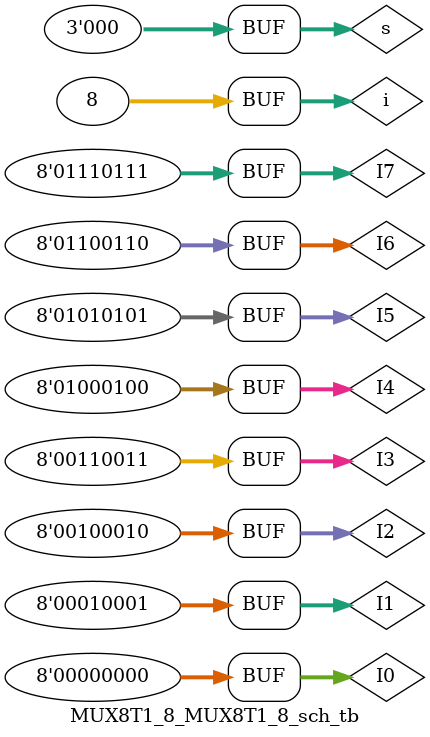
<source format=v>

`timescale 1ns / 1ps

module MUX8T1_8_MUX8T1_8_sch_tb();

// Inputs
   reg [2:0] s;
   reg [7:0] I0;
   reg [7:0] I1;
   reg [7:0] I2;
   reg [7:0] I3;
   reg [7:0] I4;
   reg [7:0] I5;
   reg [7:0] I6;
   reg [7:0] I7;

// Output
   wire [7:0] o;

// Bidirs

// Instantiate the UUT
   MUX8T1_8 UUT (
		.o(o), 
		.s(s), 
		.I0(I0), 
		.I1(I1), 
		.I2(I2), 
		.I3(I3), 
		.I4(I4), 
		.I5(I5), 
		.I6(I6), 
		.I7(I7)
   );
// Initialize Inputs
	integer i=0; 
   initial begin
		s = 0;
		I0 = 32'hAA550000;
		I1 = 32'h55AA1111;
		I2 = 32'hAA552222;
		I3 = 32'h55AA3333;
		I4 = 32'hAA554444;
		I5 = 32'h55AA5555;
		I6 = 32'hAA556666;
		I7 = 32'h55AA7777;
		
		for(i=0; i<=7; i=i+1)begin
			#50 s=i+1; 
			end
			#50 s=0; 
			
   end
endmodule

</source>
